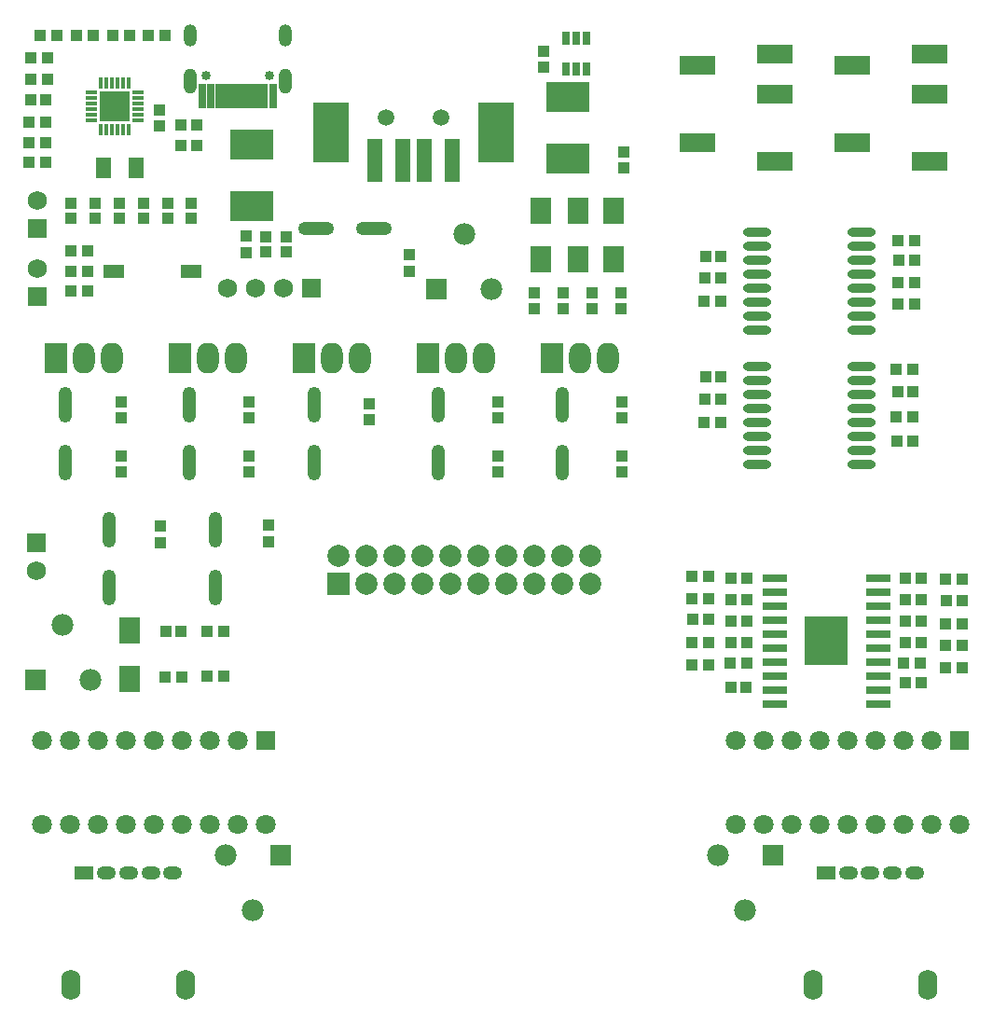
<source format=gts>
G04*
G04 #@! TF.GenerationSoftware,Altium Limited,Altium Designer,20.2.5 (213)*
G04*
G04 Layer_Color=8388736*
%FSLAX24Y24*%
%MOIN*%
G70*
G04*
G04 #@! TF.SameCoordinates,311A2180-9421-45D2-9D82-A7DF5611BF6A*
G04*
G04*
G04 #@! TF.FilePolarity,Negative*
G04*
G01*
G75*
%ADD42R,0.0555X0.0750*%
%ADD43R,0.0434X0.0395*%
%ADD44R,0.0395X0.0434*%
%ADD45R,0.0398X0.0420*%
%ADD46O,0.1025X0.0306*%
%ADD47R,0.1280X0.0680*%
%ADD48R,0.0552X0.1576*%
%ADD49R,0.1261X0.2167*%
%ADD50R,0.0400X0.0400*%
%ADD51R,0.0749X0.0940*%
%ADD52O,0.0480X0.1280*%
%ADD53R,0.1084X0.1084*%
%ADD54R,0.0170X0.0410*%
%ADD55R,0.0410X0.0170*%
%ADD56R,0.0420X0.0398*%
%ADD57R,0.1576X0.1064*%
%ADD58R,0.0316X0.0880*%
%ADD59R,0.0198X0.0880*%
%ADD60O,0.1280X0.0480*%
%ADD61R,0.0780X0.0480*%
%ADD62R,0.0297X0.0474*%
%ADD63R,0.1580X0.1781*%
%ADD64R,0.0867X0.0316*%
%ADD65R,0.0789X0.1104*%
%ADD66O,0.0789X0.1104*%
%ADD67R,0.0789X0.0789*%
%ADD68C,0.0789*%
%ADD69C,0.0592*%
%ADD70C,0.0680*%
%ADD71R,0.0680X0.0680*%
%ADD72R,0.0710X0.0710*%
%ADD73C,0.0710*%
%ADD74R,0.0680X0.0680*%
%ADD75O,0.0680X0.0480*%
%ADD76R,0.0680X0.0480*%
%ADD77O,0.0680X0.1080*%
%ADD78C,0.0780*%
%ADD79R,0.0780X0.0780*%
%ADD80C,0.0336*%
%ADD81O,0.0474X0.0907*%
%ADD82O,0.0474X0.0789*%
D42*
X27832Y47623D02*
D03*
X26668D02*
D03*
D43*
X28650Y49676D02*
D03*
Y49124D02*
D03*
X40750Y38677D02*
D03*
Y39228D02*
D03*
X27300Y38674D02*
D03*
Y39226D02*
D03*
X45200Y38677D02*
D03*
Y39228D02*
D03*
X42048Y43126D02*
D03*
Y42574D02*
D03*
X43084Y43126D02*
D03*
Y42574D02*
D03*
X36150Y39176D02*
D03*
Y38624D02*
D03*
X27220Y46350D02*
D03*
Y45799D02*
D03*
X28080Y46350D02*
D03*
Y45799D02*
D03*
X28940Y46350D02*
D03*
Y45799D02*
D03*
X29800Y46350D02*
D03*
Y45799D02*
D03*
X33200Y45150D02*
D03*
Y44599D02*
D03*
X32450Y45150D02*
D03*
Y44599D02*
D03*
X40750Y37303D02*
D03*
Y36752D02*
D03*
X26360Y46350D02*
D03*
Y45799D02*
D03*
X25500Y46350D02*
D03*
Y45799D02*
D03*
X31850Y38677D02*
D03*
Y39228D02*
D03*
Y37303D02*
D03*
Y36752D02*
D03*
X42400Y51224D02*
D03*
Y51776D02*
D03*
X45250Y48176D02*
D03*
Y47624D02*
D03*
X27300Y37303D02*
D03*
Y36752D02*
D03*
X45200Y37303D02*
D03*
Y36752D02*
D03*
X45157Y43126D02*
D03*
Y42574D02*
D03*
X44121Y43126D02*
D03*
Y42574D02*
D03*
D44*
X29976Y49150D02*
D03*
X29424D02*
D03*
X29976Y48400D02*
D03*
X29424D02*
D03*
X24046Y50052D02*
D03*
X24598D02*
D03*
X55597Y39592D02*
D03*
X55046D02*
D03*
X55096Y44292D02*
D03*
X55647D02*
D03*
X48168Y39347D02*
D03*
X48719D02*
D03*
X48726Y40150D02*
D03*
X48174D02*
D03*
X48168Y43672D02*
D03*
X48719D02*
D03*
X48726Y44450D02*
D03*
X48174D02*
D03*
X29426Y31050D02*
D03*
X28874D02*
D03*
X49102Y31406D02*
D03*
X49654D02*
D03*
X49102Y30635D02*
D03*
X49654D02*
D03*
X55873Y31409D02*
D03*
X55322D02*
D03*
X55873Y30637D02*
D03*
X55322D02*
D03*
X55873Y32180D02*
D03*
X55322D02*
D03*
X55873Y32952D02*
D03*
X55322D02*
D03*
X49102Y32950D02*
D03*
X49654D02*
D03*
X49102Y32178D02*
D03*
X49654D02*
D03*
X55324Y29200D02*
D03*
X55876D02*
D03*
X57347Y32154D02*
D03*
X56796D02*
D03*
X49626Y29050D02*
D03*
X49074D02*
D03*
X48276Y31467D02*
D03*
X47724D02*
D03*
D45*
X24053Y51550D02*
D03*
X24647D02*
D03*
X24053Y50780D02*
D03*
X24647D02*
D03*
X24597Y49250D02*
D03*
X24003D02*
D03*
X55600Y37850D02*
D03*
X55007D02*
D03*
X55597Y38700D02*
D03*
X55003D02*
D03*
Y40400D02*
D03*
X55597D02*
D03*
X55053Y42750D02*
D03*
X55647D02*
D03*
Y43500D02*
D03*
X55053D02*
D03*
Y45000D02*
D03*
X55647D02*
D03*
X48125Y38500D02*
D03*
X48719D02*
D03*
X48125Y42850D02*
D03*
X48719D02*
D03*
X30947Y29450D02*
D03*
X30353D02*
D03*
X30947Y31050D02*
D03*
X30353D02*
D03*
X28853Y29400D02*
D03*
X29447D02*
D03*
X24597Y48500D02*
D03*
X24003D02*
D03*
X26093Y44650D02*
D03*
X25500D02*
D03*
X26093Y43925D02*
D03*
X25500D02*
D03*
X24000Y47800D02*
D03*
X24593D02*
D03*
X26093Y43200D02*
D03*
X25500D02*
D03*
X56753Y32900D02*
D03*
X57347D02*
D03*
X47703Y33000D02*
D03*
X48297D02*
D03*
X56753Y31325D02*
D03*
X57347D02*
D03*
X47703Y32213D02*
D03*
X48297D02*
D03*
X55847Y29900D02*
D03*
X55253D02*
D03*
X49053D02*
D03*
X49647D02*
D03*
X47703Y30638D02*
D03*
X48297D02*
D03*
X57347Y30538D02*
D03*
X56753D02*
D03*
X48297Y29850D02*
D03*
X47703D02*
D03*
X56753Y29750D02*
D03*
X57347D02*
D03*
D46*
X53770Y37000D02*
D03*
Y37500D02*
D03*
Y38000D02*
D03*
Y38500D02*
D03*
Y39000D02*
D03*
Y39500D02*
D03*
Y40000D02*
D03*
Y40500D02*
D03*
X50030Y37000D02*
D03*
Y37500D02*
D03*
Y38000D02*
D03*
Y38500D02*
D03*
Y39000D02*
D03*
Y39500D02*
D03*
Y40000D02*
D03*
Y40500D02*
D03*
X53770Y41800D02*
D03*
Y42300D02*
D03*
Y42800D02*
D03*
Y43300D02*
D03*
Y43800D02*
D03*
Y44300D02*
D03*
Y44800D02*
D03*
Y45300D02*
D03*
X50030Y41800D02*
D03*
Y42300D02*
D03*
Y42800D02*
D03*
Y43300D02*
D03*
Y43800D02*
D03*
Y44300D02*
D03*
Y44800D02*
D03*
Y45300D02*
D03*
D47*
X53425Y48510D02*
D03*
X56175Y47840D02*
D03*
Y50240D02*
D03*
X53425Y51260D02*
D03*
X56175Y51660D02*
D03*
X47900Y48510D02*
D03*
X50650Y47840D02*
D03*
Y50240D02*
D03*
X47900Y51260D02*
D03*
X50650Y51660D02*
D03*
D48*
X36358Y47865D02*
D03*
X37342Y47864D02*
D03*
X38130D02*
D03*
X39114D02*
D03*
D49*
X40687Y48888D02*
D03*
X34781Y48888D02*
D03*
D50*
X28850Y52350D02*
D03*
X28250D02*
D03*
X27000D02*
D03*
X27600D02*
D03*
X25700D02*
D03*
X26300D02*
D03*
X24400D02*
D03*
X25000D02*
D03*
D51*
X27600Y31066D02*
D03*
Y29334D02*
D03*
X42300Y46066D02*
D03*
Y44334D02*
D03*
X43607D02*
D03*
Y46066D02*
D03*
X44900D02*
D03*
Y44334D02*
D03*
D52*
X25300Y39130D02*
D03*
Y37070D02*
D03*
X34175D02*
D03*
Y39130D02*
D03*
X30650Y34680D02*
D03*
Y32620D02*
D03*
X26850Y34680D02*
D03*
Y32620D02*
D03*
X38612Y37070D02*
D03*
Y39130D02*
D03*
X29738Y37070D02*
D03*
Y39130D02*
D03*
X43050D02*
D03*
Y37070D02*
D03*
D53*
X27050Y49800D02*
D03*
D54*
X26558Y50631D02*
D03*
X26755D02*
D03*
X26952D02*
D03*
X27148D02*
D03*
X27345D02*
D03*
X27542D02*
D03*
Y48969D02*
D03*
X27345D02*
D03*
X27148D02*
D03*
X26952D02*
D03*
X26755D02*
D03*
X26558D02*
D03*
D55*
X27881Y50292D02*
D03*
Y50095D02*
D03*
Y49898D02*
D03*
Y49702D02*
D03*
Y49505D02*
D03*
Y49308D02*
D03*
X26219D02*
D03*
Y49505D02*
D03*
Y49702D02*
D03*
Y49898D02*
D03*
Y50095D02*
D03*
Y50292D02*
D03*
D56*
X32550Y34847D02*
D03*
Y34253D02*
D03*
X28700Y34793D02*
D03*
Y34200D02*
D03*
X31750Y44578D02*
D03*
Y45171D02*
D03*
X37600Y43903D02*
D03*
Y44497D02*
D03*
D57*
X31950Y48452D02*
D03*
Y46248D02*
D03*
X43250Y50152D02*
D03*
Y47948D02*
D03*
D58*
X32710Y50161D02*
D03*
X30190D02*
D03*
X32395D02*
D03*
X30505D02*
D03*
D59*
X32139D02*
D03*
X31942D02*
D03*
X31745D02*
D03*
X31155D02*
D03*
X30958D02*
D03*
X30761D02*
D03*
X31548D02*
D03*
X31352D02*
D03*
D60*
X36330Y45450D02*
D03*
X34270D02*
D03*
D61*
X27022Y43900D02*
D03*
X29778D02*
D03*
D62*
X43176Y51149D02*
D03*
X43550D02*
D03*
X43924D02*
D03*
Y52251D02*
D03*
X43550D02*
D03*
X43176D02*
D03*
D63*
X52500Y30700D02*
D03*
D64*
X54350Y32950D02*
D03*
Y32450D02*
D03*
Y31950D02*
D03*
Y31450D02*
D03*
Y30950D02*
D03*
Y30450D02*
D03*
Y29950D02*
D03*
Y29450D02*
D03*
Y28950D02*
D03*
Y28450D02*
D03*
X50650Y28450D02*
D03*
Y28950D02*
D03*
Y29450D02*
D03*
Y29950D02*
D03*
Y30450D02*
D03*
Y30950D02*
D03*
Y31450D02*
D03*
Y31950D02*
D03*
Y32450D02*
D03*
Y32950D02*
D03*
D65*
X24950Y40798D02*
D03*
X29388D02*
D03*
X33825D02*
D03*
X38263D02*
D03*
X42700D02*
D03*
D66*
X26950Y40802D02*
D03*
X25950Y40798D02*
D03*
X30387D02*
D03*
X31388Y40802D02*
D03*
X34825Y40798D02*
D03*
X35825Y40802D02*
D03*
X40262D02*
D03*
X39262Y40798D02*
D03*
X44700Y40802D02*
D03*
X43700Y40798D02*
D03*
D67*
X35050Y32750D02*
D03*
D68*
Y33750D02*
D03*
X36050Y32750D02*
D03*
Y33750D02*
D03*
X37050Y32750D02*
D03*
Y33750D02*
D03*
X38050Y32750D02*
D03*
Y33750D02*
D03*
X39050Y32750D02*
D03*
Y33750D02*
D03*
X40050Y32750D02*
D03*
Y33750D02*
D03*
X41050Y32750D02*
D03*
Y33750D02*
D03*
X42050Y32750D02*
D03*
Y33750D02*
D03*
X43050Y32750D02*
D03*
Y33750D02*
D03*
X44050Y32750D02*
D03*
Y33750D02*
D03*
D69*
X38719Y49400D02*
D03*
X36750D02*
D03*
D70*
X32100Y43300D02*
D03*
X31100D02*
D03*
X33100D02*
D03*
X24250Y33200D02*
D03*
X24300Y44000D02*
D03*
Y46450D02*
D03*
D71*
X34100Y43300D02*
D03*
D72*
X57250Y27150D02*
D03*
X32450D02*
D03*
D73*
X56250D02*
D03*
X55250D02*
D03*
X54250D02*
D03*
X53250D02*
D03*
X52250D02*
D03*
X51250D02*
D03*
X50250D02*
D03*
X57250Y24150D02*
D03*
X56250D02*
D03*
X49250Y27150D02*
D03*
Y24150D02*
D03*
X50250D02*
D03*
X51250D02*
D03*
X52250D02*
D03*
X53250D02*
D03*
X54250D02*
D03*
X55250D02*
D03*
X31450Y27150D02*
D03*
X30450D02*
D03*
X29450D02*
D03*
X28450D02*
D03*
X27450D02*
D03*
X26450D02*
D03*
X25450D02*
D03*
X32450Y24150D02*
D03*
X31450D02*
D03*
X24450Y27150D02*
D03*
Y24150D02*
D03*
X25450D02*
D03*
X26450D02*
D03*
X27450D02*
D03*
X28450D02*
D03*
X29450D02*
D03*
X30450D02*
D03*
D74*
X24250Y34200D02*
D03*
X24300Y43000D02*
D03*
Y45450D02*
D03*
D75*
X28340Y22400D02*
D03*
X27550D02*
D03*
X26760D02*
D03*
X29130D02*
D03*
X55650D02*
D03*
X53280D02*
D03*
X54070D02*
D03*
X54860D02*
D03*
D76*
X25970D02*
D03*
X52490D02*
D03*
D77*
X25500Y18420D02*
D03*
X29600D02*
D03*
X56120D02*
D03*
X52020D02*
D03*
D78*
X25195Y31285D02*
D03*
X26185Y29315D02*
D03*
X32005Y21065D02*
D03*
X31015Y23035D02*
D03*
X49605Y21065D02*
D03*
X48615Y23035D02*
D03*
X39545Y45235D02*
D03*
X40535Y43265D02*
D03*
D79*
X24215Y29315D02*
D03*
X32985Y23035D02*
D03*
X50585D02*
D03*
X38565Y43265D02*
D03*
D80*
X32592Y50902D02*
D03*
X30308Y50898D02*
D03*
D81*
X33151Y50705D02*
D03*
X29749D02*
D03*
D82*
X33151Y52339D02*
D03*
X29749D02*
D03*
M02*

</source>
